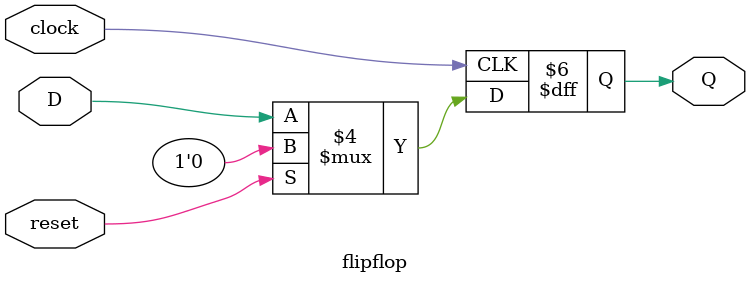
<source format=v>
module part3(clock, reset, ParallelLoadn, RotateRight, ASRight, Data_IN, Q);
	input clock, reset, ParallelLoadn, RotateRight, ASRight;
	input [7:0] Data_IN;
	output [7:0] Q;
	wire w;
	
	//mux2to1 m1(Q[7], Q[0], ASRight, w); //assignment for w
	assign w = ASRight ? Q[0] : Q[7];
	//8 rotating register calls
	rotatingRegister R1(w, Q[1], RotateRight, Data_IN[7], ParallelLoadn, clock, reset, Q[7]);
	rotatingRegister R2(Q[0], Q[2], RotateRight, Data_IN[6], ParallelLoadn, clock, reset, Q[6]);
	rotatingRegister R3(Q[1], Q[3], RotateRight, Data_IN[5], ParallelLoadn, clock, reset, Q[5]);
	rotatingRegister R4(Q[2], Q[4], RotateRight, Data_IN[4], ParallelLoadn, clock, reset, Q[4]);
	rotatingRegister R5(Q[3], Q[5], RotateRight, Data_IN[3], ParallelLoadn, clock, reset, Q[3]);
	rotatingRegister R6(Q[4], Q[6], RotateRight, Data_IN[2], ParallelLoadn, clock, reset, Q[2]);
	rotatingRegister R7(Q[5], Q[7], RotateRight, Data_IN[1], ParallelLoadn, clock, reset, Q[1]);
	rotatingRegister R8(Q[6], Q[0], RotateRight, Data_IN[0], ParallelLoadn, clock, reset, Q[0]);
	
endmodule

module rotatingRegister(right, left, LoadLeft, D, loadn, clock, reset, Q);
	input right, left, LoadLeft, D, loadn, clock, reset;
	output Q;
	wire w1, w2;
	
	//mux2to1 m1(left, right, LoadLeft, w1);
	assign w1 = LoadLeft ? right : left;
	//mux2to1 m2(D, w1, loadn, w2);
	assign w2 = loadn ? w1 : D;
	flipflop f1(w2, clock, reset, Q);
endmodule
	
module mux2to1(x, y, s, m); //init
	input x, y, s; //input
	output m; //output
	wire w1, w2, w3; // wires
	
	v7404 g1(.pin1(s), .pin2(w1)); //gate1(not)
	v7408 g2(.pin1(x), .pin2(w1), .pin3(w2), .pin4(y), .pin5(s), .pin6(w3)); //gate2(and)
	v7432 g3(.pin1(w2), .pin2(w3), .pin3(m)); //gate3(or)
	
endmodule //2-1 multiplexer
	
module v7404 (
	pin1, pin3, pin5, pin9, pin11, pin13,
	pin2, pin4, pin6, pin8, pin10, pin12); //init
	
	input pin1, pin3, pin5, pin9, pin11, pin13; //input
	output pin2, pin4, pin6, pin8, pin10, pin12; //output
	
	assign pin2 = ~pin1; //pin2 = not pin1
	assign pin4 = ~pin3; //pin4 = not pin3
	assign pin6 = ~pin5; //pin6 = not pin5
	assign pin8 = ~pin9; //pin8 = not pin9
	assign pin10 = ~pin11; //pin10 = not pin11
	assign pin12 = ~pin13; //pin12 = not pin13
	
endmodule //v7404 not gate

module v7408 (
	pin1, pin3, pin5, pin9, pin11, pin13,
	pin2, pin4, pin6, pin8, pin10, pin12); //init
	
	input pin1, pin2, pin4, pin5, pin9, pin10, pin12, pin13; //input pins
	output pin3, pin6, pin8, pin11; //output pins
	
	assign pin3 = (pin1 & pin2); //pin3 = pin1 and pin2
	assign pin6 = (pin4 & pin5); //pin6 = pin4 and pin5
	assign pin8 = (pin9 & pin10); //pin8 = pin9 and pin10
	assign pin11 = (pin12 & pin13); //pin11 = pin12 and pin13
	
endmodule //v7408 and gate

module v7432 (
	pin1, pin3, pin5, pin9, pin11, pin13,
	pin2, pin4, pin6, pin8, pin10, pin12); //init
	
	input pin1, pin2, pin4, pin5, pin9, pin10, pin12, pin13; //input pins
	output pin3, pin6, pin8, pin11; //output pins
	
	assign pin3 = (pin1 | pin2); //pin3 = pin1 or pin2
	assign pin6 = (pin4 | pin5); //pin6 = pin4 or pin5
	assign pin8 = (pin9 | pin10); //pin8 = pin9 or pin10
	assign pin11 = (pin12 | pin13); //pin11 = pin12 or pin13
	
endmodule //v7432 or gate

module flipflop(D, clock, reset, Q);
	input D, clock, reset;
	output reg Q;
	
	always@(posedge clock)
	begin
		if (reset == 1'b1) //active high reset
			Q <= 0;
		else
			Q <= D;
	end
	
endmodule

</source>
